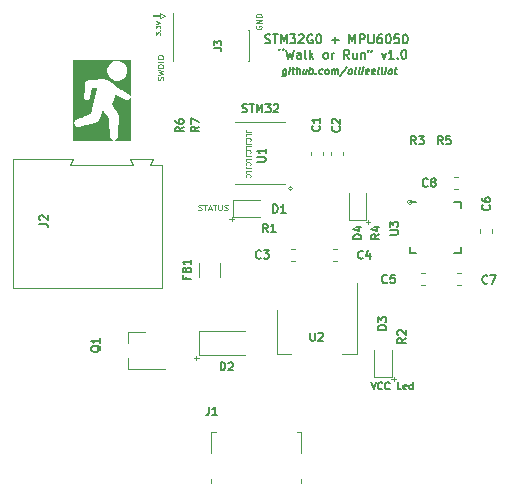
<source format=gbr>
G04 #@! TF.GenerationSoftware,KiCad,Pcbnew,(5.1.2-1)-1*
G04 #@! TF.CreationDate,2022-01-01T19:51:34+01:00*
G04 #@! TF.ProjectId,STM32G0_MPU6050_circle,53544d33-3247-4305-9f4d-505536303530,rev?*
G04 #@! TF.SameCoordinates,Original*
G04 #@! TF.FileFunction,Legend,Top*
G04 #@! TF.FilePolarity,Positive*
%FSLAX46Y46*%
G04 Gerber Fmt 4.6, Leading zero omitted, Abs format (unit mm)*
G04 Created by KiCad (PCBNEW (5.1.2-1)-1) date 2022-01-01 19:51:34*
%MOMM*%
%LPD*%
G04 APERTURE LIST*
%ADD10C,0.125000*%
%ADD11C,0.150000*%
%ADD12C,0.120000*%
%ADD13C,0.100000*%
%ADD14C,0.187500*%
%ADD15C,0.010000*%
G04 APERTURE END LIST*
D10*
X174011904Y-94252380D02*
X174083333Y-94276190D01*
X174202380Y-94276190D01*
X174250000Y-94252380D01*
X174273809Y-94228571D01*
X174297619Y-94180952D01*
X174297619Y-94133333D01*
X174273809Y-94085714D01*
X174250000Y-94061904D01*
X174202380Y-94038095D01*
X174107142Y-94014285D01*
X174059523Y-93990476D01*
X174035714Y-93966666D01*
X174011904Y-93919047D01*
X174011904Y-93871428D01*
X174035714Y-93823809D01*
X174059523Y-93800000D01*
X174107142Y-93776190D01*
X174226190Y-93776190D01*
X174297619Y-93800000D01*
X174440476Y-93776190D02*
X174726190Y-93776190D01*
X174583333Y-94276190D02*
X174583333Y-93776190D01*
X174869047Y-94133333D02*
X175107142Y-94133333D01*
X174821428Y-94276190D02*
X174988095Y-93776190D01*
X175154761Y-94276190D01*
X175250000Y-93776190D02*
X175535714Y-93776190D01*
X175392857Y-94276190D02*
X175392857Y-93776190D01*
X175702380Y-93776190D02*
X175702380Y-94180952D01*
X175726190Y-94228571D01*
X175750000Y-94252380D01*
X175797619Y-94276190D01*
X175892857Y-94276190D01*
X175940476Y-94252380D01*
X175964285Y-94228571D01*
X175988095Y-94180952D01*
X175988095Y-93776190D01*
X176202380Y-94252380D02*
X176273809Y-94276190D01*
X176392857Y-94276190D01*
X176440476Y-94252380D01*
X176464285Y-94228571D01*
X176488095Y-94180952D01*
X176488095Y-94133333D01*
X176464285Y-94085714D01*
X176440476Y-94061904D01*
X176392857Y-94038095D01*
X176297619Y-94014285D01*
X176250000Y-93990476D01*
X176226190Y-93966666D01*
X176202380Y-93919047D01*
X176202380Y-93871428D01*
X176226190Y-93823809D01*
X176250000Y-93800000D01*
X176297619Y-93776190D01*
X176416666Y-93776190D01*
X176488095Y-93800000D01*
D11*
X188650000Y-108821428D02*
X188850000Y-109421428D01*
X189050000Y-108821428D01*
X189592857Y-109364285D02*
X189564285Y-109392857D01*
X189478571Y-109421428D01*
X189421428Y-109421428D01*
X189335714Y-109392857D01*
X189278571Y-109335714D01*
X189250000Y-109278571D01*
X189221428Y-109164285D01*
X189221428Y-109078571D01*
X189250000Y-108964285D01*
X189278571Y-108907142D01*
X189335714Y-108850000D01*
X189421428Y-108821428D01*
X189478571Y-108821428D01*
X189564285Y-108850000D01*
X189592857Y-108878571D01*
X190192857Y-109364285D02*
X190164285Y-109392857D01*
X190078571Y-109421428D01*
X190021428Y-109421428D01*
X189935714Y-109392857D01*
X189878571Y-109335714D01*
X189850000Y-109278571D01*
X189821428Y-109164285D01*
X189821428Y-109078571D01*
X189850000Y-108964285D01*
X189878571Y-108907142D01*
X189935714Y-108850000D01*
X190021428Y-108821428D01*
X190078571Y-108821428D01*
X190164285Y-108850000D01*
X190192857Y-108878571D01*
X191192857Y-109421428D02*
X190907142Y-109421428D01*
X190907142Y-108821428D01*
X191621428Y-109392857D02*
X191564285Y-109421428D01*
X191450000Y-109421428D01*
X191392857Y-109392857D01*
X191364285Y-109335714D01*
X191364285Y-109107142D01*
X191392857Y-109050000D01*
X191450000Y-109021428D01*
X191564285Y-109021428D01*
X191621428Y-109050000D01*
X191650000Y-109107142D01*
X191650000Y-109164285D01*
X191364285Y-109221428D01*
X192164285Y-109421428D02*
X192164285Y-108821428D01*
X192164285Y-109392857D02*
X192107142Y-109421428D01*
X191992857Y-109421428D01*
X191935714Y-109392857D01*
X191907142Y-109364285D01*
X191878571Y-109307142D01*
X191878571Y-109135714D01*
X191907142Y-109078571D01*
X191935714Y-109050000D01*
X191992857Y-109021428D01*
X192107142Y-109021428D01*
X192164285Y-109050000D01*
D12*
X181958114Y-92400000D02*
G75*
G03X181958114Y-92400000I-158114J0D01*
G01*
X192102043Y-93584000D02*
G75*
G03X192102043Y-93584000I-186043J0D01*
G01*
D10*
X188184523Y-95260714D02*
X188565476Y-95260714D01*
X188375000Y-95451190D02*
X188375000Y-95070238D01*
D13*
X170380952Y-79440476D02*
X170380952Y-79192857D01*
X170533333Y-79326190D01*
X170533333Y-79269047D01*
X170552380Y-79230952D01*
X170571428Y-79211904D01*
X170609523Y-79192857D01*
X170704761Y-79192857D01*
X170742857Y-79211904D01*
X170761904Y-79230952D01*
X170780952Y-79269047D01*
X170780952Y-79383333D01*
X170761904Y-79421428D01*
X170742857Y-79440476D01*
X170742857Y-79021428D02*
X170761904Y-79002380D01*
X170780952Y-79021428D01*
X170761904Y-79040476D01*
X170742857Y-79021428D01*
X170780952Y-79021428D01*
X170380952Y-78869047D02*
X170380952Y-78621428D01*
X170533333Y-78754761D01*
X170533333Y-78697619D01*
X170552380Y-78659523D01*
X170571428Y-78640476D01*
X170609523Y-78621428D01*
X170704761Y-78621428D01*
X170742857Y-78640476D01*
X170761904Y-78659523D01*
X170780952Y-78697619D01*
X170780952Y-78811904D01*
X170761904Y-78850000D01*
X170742857Y-78869047D01*
X170380952Y-78507142D02*
X170780952Y-78373809D01*
X170380952Y-78240476D01*
D10*
X171027380Y-83259523D02*
X171051190Y-83188095D01*
X171051190Y-83069047D01*
X171027380Y-83021428D01*
X171003571Y-82997619D01*
X170955952Y-82973809D01*
X170908333Y-82973809D01*
X170860714Y-82997619D01*
X170836904Y-83021428D01*
X170813095Y-83069047D01*
X170789285Y-83164285D01*
X170765476Y-83211904D01*
X170741666Y-83235714D01*
X170694047Y-83259523D01*
X170646428Y-83259523D01*
X170598809Y-83235714D01*
X170575000Y-83211904D01*
X170551190Y-83164285D01*
X170551190Y-83045238D01*
X170575000Y-82973809D01*
X170551190Y-82807142D02*
X171051190Y-82688095D01*
X170694047Y-82592857D01*
X171051190Y-82497619D01*
X170551190Y-82378571D01*
X171051190Y-82188095D02*
X170551190Y-82188095D01*
X170551190Y-82069047D01*
X170575000Y-81997619D01*
X170622619Y-81950000D01*
X170670238Y-81926190D01*
X170765476Y-81902380D01*
X170836904Y-81902380D01*
X170932142Y-81926190D01*
X170979761Y-81950000D01*
X171027380Y-81997619D01*
X171051190Y-82069047D01*
X171051190Y-82188095D01*
X171051190Y-81688095D02*
X170551190Y-81688095D01*
X170551190Y-81354761D02*
X170551190Y-81259523D01*
X170575000Y-81211904D01*
X170622619Y-81164285D01*
X170717857Y-81140476D01*
X170884523Y-81140476D01*
X170979761Y-81164285D01*
X171027380Y-81211904D01*
X171051190Y-81259523D01*
X171051190Y-81354761D01*
X171027380Y-81402380D01*
X170979761Y-81450000D01*
X170884523Y-81473809D01*
X170717857Y-81473809D01*
X170622619Y-81450000D01*
X170575000Y-81402380D01*
X170551190Y-81354761D01*
D13*
X178423047Y-87630380D02*
X178137333Y-87630380D01*
X178080190Y-87611333D01*
X178042095Y-87573238D01*
X178023047Y-87516095D01*
X178023047Y-87478000D01*
X178023047Y-88011333D02*
X178023047Y-87820857D01*
X178423047Y-87820857D01*
X178061142Y-88373238D02*
X178042095Y-88354190D01*
X178023047Y-88297047D01*
X178023047Y-88258952D01*
X178042095Y-88201809D01*
X178080190Y-88163714D01*
X178118285Y-88144666D01*
X178194476Y-88125619D01*
X178251619Y-88125619D01*
X178327809Y-88144666D01*
X178365904Y-88163714D01*
X178404000Y-88201809D01*
X178423047Y-88258952D01*
X178423047Y-88297047D01*
X178404000Y-88354190D01*
X178384952Y-88373238D01*
X178423047Y-88658952D02*
X178137333Y-88658952D01*
X178080190Y-88639904D01*
X178042095Y-88601809D01*
X178023047Y-88544666D01*
X178023047Y-88506571D01*
X178023047Y-89039904D02*
X178023047Y-88849428D01*
X178423047Y-88849428D01*
X178061142Y-89401809D02*
X178042095Y-89382761D01*
X178023047Y-89325619D01*
X178023047Y-89287523D01*
X178042095Y-89230380D01*
X178080190Y-89192285D01*
X178118285Y-89173238D01*
X178194476Y-89154190D01*
X178251619Y-89154190D01*
X178327809Y-89173238D01*
X178365904Y-89192285D01*
X178404000Y-89230380D01*
X178423047Y-89287523D01*
X178423047Y-89325619D01*
X178404000Y-89382761D01*
X178384952Y-89401809D01*
X178423047Y-89687523D02*
X178137333Y-89687523D01*
X178080190Y-89668476D01*
X178042095Y-89630380D01*
X178023047Y-89573238D01*
X178023047Y-89535142D01*
X178023047Y-90068476D02*
X178023047Y-89878000D01*
X178423047Y-89878000D01*
X178061142Y-90430380D02*
X178042095Y-90411333D01*
X178023047Y-90354190D01*
X178023047Y-90316095D01*
X178042095Y-90258952D01*
X178080190Y-90220857D01*
X178118285Y-90201809D01*
X178194476Y-90182761D01*
X178251619Y-90182761D01*
X178327809Y-90201809D01*
X178365904Y-90220857D01*
X178404000Y-90258952D01*
X178423047Y-90316095D01*
X178423047Y-90354190D01*
X178404000Y-90411333D01*
X178384952Y-90430380D01*
X178423047Y-90716095D02*
X178137333Y-90716095D01*
X178080190Y-90697047D01*
X178042095Y-90658952D01*
X178023047Y-90601809D01*
X178023047Y-90563714D01*
X178023047Y-91097047D02*
X178023047Y-90906571D01*
X178423047Y-90906571D01*
X178061142Y-91458952D02*
X178042095Y-91439904D01*
X178023047Y-91382761D01*
X178023047Y-91344666D01*
X178042095Y-91287523D01*
X178080190Y-91249428D01*
X178118285Y-91230380D01*
X178194476Y-91211333D01*
X178251619Y-91211333D01*
X178327809Y-91230380D01*
X178365904Y-91249428D01*
X178404000Y-91287523D01*
X178423047Y-91344666D01*
X178423047Y-91382761D01*
X178404000Y-91439904D01*
X178384952Y-91458952D01*
D11*
X181456562Y-82321428D02*
X181395848Y-82807142D01*
X181360133Y-82864285D01*
X181327991Y-82892857D01*
X181267276Y-82921428D01*
X181181562Y-82921428D01*
X181127991Y-82892857D01*
X181410133Y-82692857D02*
X181349419Y-82721428D01*
X181235133Y-82721428D01*
X181181562Y-82692857D01*
X181156562Y-82664285D01*
X181135133Y-82607142D01*
X181156562Y-82435714D01*
X181192276Y-82378571D01*
X181224419Y-82350000D01*
X181285133Y-82321428D01*
X181399419Y-82321428D01*
X181452991Y-82350000D01*
X181692276Y-82721428D02*
X181742276Y-82321428D01*
X181767276Y-82121428D02*
X181735133Y-82150000D01*
X181760133Y-82178571D01*
X181792276Y-82150000D01*
X181767276Y-82121428D01*
X181760133Y-82178571D01*
X181942276Y-82321428D02*
X182170848Y-82321428D01*
X182052991Y-82121428D02*
X181988705Y-82635714D01*
X182010133Y-82692857D01*
X182063705Y-82721428D01*
X182120848Y-82721428D01*
X182320848Y-82721428D02*
X182395848Y-82121428D01*
X182577991Y-82721428D02*
X182617276Y-82407142D01*
X182595848Y-82350000D01*
X182542276Y-82321428D01*
X182456562Y-82321428D01*
X182395848Y-82350000D01*
X182363705Y-82378571D01*
X183170848Y-82321428D02*
X183120848Y-82721428D01*
X182913705Y-82321428D02*
X182874419Y-82635714D01*
X182895848Y-82692857D01*
X182949419Y-82721428D01*
X183035133Y-82721428D01*
X183095848Y-82692857D01*
X183127991Y-82664285D01*
X183406562Y-82721428D02*
X183481562Y-82121428D01*
X183452991Y-82350000D02*
X183513705Y-82321428D01*
X183627991Y-82321428D01*
X183681562Y-82350000D01*
X183706562Y-82378571D01*
X183727991Y-82435714D01*
X183706562Y-82607142D01*
X183670848Y-82664285D01*
X183638705Y-82692857D01*
X183577991Y-82721428D01*
X183463705Y-82721428D01*
X183410133Y-82692857D01*
X183956562Y-82664285D02*
X183981562Y-82692857D01*
X183949419Y-82721428D01*
X183924419Y-82692857D01*
X183956562Y-82664285D01*
X183949419Y-82721428D01*
X184495848Y-82692857D02*
X184435133Y-82721428D01*
X184320848Y-82721428D01*
X184267276Y-82692857D01*
X184242276Y-82664285D01*
X184220848Y-82607142D01*
X184242276Y-82435714D01*
X184277991Y-82378571D01*
X184310133Y-82350000D01*
X184370848Y-82321428D01*
X184485133Y-82321428D01*
X184538705Y-82350000D01*
X184835133Y-82721428D02*
X184781562Y-82692857D01*
X184756562Y-82664285D01*
X184735133Y-82607142D01*
X184756562Y-82435714D01*
X184792276Y-82378571D01*
X184824419Y-82350000D01*
X184885133Y-82321428D01*
X184970848Y-82321428D01*
X185024419Y-82350000D01*
X185049419Y-82378571D01*
X185070848Y-82435714D01*
X185049419Y-82607142D01*
X185013705Y-82664285D01*
X184981562Y-82692857D01*
X184920848Y-82721428D01*
X184835133Y-82721428D01*
X185292276Y-82721428D02*
X185342276Y-82321428D01*
X185335133Y-82378571D02*
X185367276Y-82350000D01*
X185427991Y-82321428D01*
X185513705Y-82321428D01*
X185567276Y-82350000D01*
X185588705Y-82407142D01*
X185549419Y-82721428D01*
X185588705Y-82407142D02*
X185624419Y-82350000D01*
X185685133Y-82321428D01*
X185770848Y-82321428D01*
X185824419Y-82350000D01*
X185845848Y-82407142D01*
X185806562Y-82721428D01*
X186599419Y-82092857D02*
X185988705Y-82864285D01*
X186806562Y-82721428D02*
X186752991Y-82692857D01*
X186727991Y-82664285D01*
X186706562Y-82607142D01*
X186727991Y-82435714D01*
X186763705Y-82378571D01*
X186795848Y-82350000D01*
X186856562Y-82321428D01*
X186942276Y-82321428D01*
X186995848Y-82350000D01*
X187020848Y-82378571D01*
X187042276Y-82435714D01*
X187020848Y-82607142D01*
X186985133Y-82664285D01*
X186952991Y-82692857D01*
X186892276Y-82721428D01*
X186806562Y-82721428D01*
X187349419Y-82721428D02*
X187295848Y-82692857D01*
X187274419Y-82635714D01*
X187338705Y-82121428D01*
X187663705Y-82721428D02*
X187610133Y-82692857D01*
X187588705Y-82635714D01*
X187652991Y-82121428D01*
X187892276Y-82721428D02*
X187942276Y-82321428D01*
X187967276Y-82121428D02*
X187935133Y-82150000D01*
X187960133Y-82178571D01*
X187992276Y-82150000D01*
X187967276Y-82121428D01*
X187960133Y-82178571D01*
X188410133Y-82692857D02*
X188349419Y-82721428D01*
X188235133Y-82721428D01*
X188181562Y-82692857D01*
X188160133Y-82635714D01*
X188188705Y-82407142D01*
X188224419Y-82350000D01*
X188285133Y-82321428D01*
X188399419Y-82321428D01*
X188452991Y-82350000D01*
X188474419Y-82407142D01*
X188467276Y-82464285D01*
X188174419Y-82521428D01*
X188924419Y-82692857D02*
X188863705Y-82721428D01*
X188749419Y-82721428D01*
X188695848Y-82692857D01*
X188674419Y-82635714D01*
X188702991Y-82407142D01*
X188738705Y-82350000D01*
X188799419Y-82321428D01*
X188913705Y-82321428D01*
X188967276Y-82350000D01*
X188988705Y-82407142D01*
X188981562Y-82464285D01*
X188688705Y-82521428D01*
X189292276Y-82721428D02*
X189238705Y-82692857D01*
X189217276Y-82635714D01*
X189281562Y-82121428D01*
X189606562Y-82721428D02*
X189552991Y-82692857D01*
X189531562Y-82635714D01*
X189595848Y-82121428D01*
X189835133Y-82721428D02*
X189885133Y-82321428D01*
X189910133Y-82121428D02*
X189877991Y-82150000D01*
X189902991Y-82178571D01*
X189935133Y-82150000D01*
X189910133Y-82121428D01*
X189902991Y-82178571D01*
X190206562Y-82721428D02*
X190152991Y-82692857D01*
X190127991Y-82664285D01*
X190106562Y-82607142D01*
X190127991Y-82435714D01*
X190163705Y-82378571D01*
X190195848Y-82350000D01*
X190256562Y-82321428D01*
X190342276Y-82321428D01*
X190395848Y-82350000D01*
X190420848Y-82378571D01*
X190442276Y-82435714D01*
X190420848Y-82607142D01*
X190385133Y-82664285D01*
X190352991Y-82692857D01*
X190292276Y-82721428D01*
X190206562Y-82721428D01*
X190627991Y-82321428D02*
X190856562Y-82321428D01*
X190738705Y-82121428D02*
X190674419Y-82635714D01*
X190695848Y-82692857D01*
X190749419Y-82721428D01*
X190806562Y-82721428D01*
D14*
X179659857Y-80092321D02*
X179767000Y-80128035D01*
X179945571Y-80128035D01*
X180017000Y-80092321D01*
X180052714Y-80056607D01*
X180088428Y-79985178D01*
X180088428Y-79913750D01*
X180052714Y-79842321D01*
X180017000Y-79806607D01*
X179945571Y-79770892D01*
X179802714Y-79735178D01*
X179731285Y-79699464D01*
X179695571Y-79663750D01*
X179659857Y-79592321D01*
X179659857Y-79520892D01*
X179695571Y-79449464D01*
X179731285Y-79413750D01*
X179802714Y-79378035D01*
X179981285Y-79378035D01*
X180088428Y-79413750D01*
X180302714Y-79378035D02*
X180731285Y-79378035D01*
X180517000Y-80128035D02*
X180517000Y-79378035D01*
X180981285Y-80128035D02*
X180981285Y-79378035D01*
X181231285Y-79913750D01*
X181481285Y-79378035D01*
X181481285Y-80128035D01*
X181767000Y-79378035D02*
X182231285Y-79378035D01*
X181981285Y-79663750D01*
X182088428Y-79663750D01*
X182159857Y-79699464D01*
X182195571Y-79735178D01*
X182231285Y-79806607D01*
X182231285Y-79985178D01*
X182195571Y-80056607D01*
X182159857Y-80092321D01*
X182088428Y-80128035D01*
X181874142Y-80128035D01*
X181802714Y-80092321D01*
X181767000Y-80056607D01*
X182517000Y-79449464D02*
X182552714Y-79413750D01*
X182624142Y-79378035D01*
X182802714Y-79378035D01*
X182874142Y-79413750D01*
X182909857Y-79449464D01*
X182945571Y-79520892D01*
X182945571Y-79592321D01*
X182909857Y-79699464D01*
X182481285Y-80128035D01*
X182945571Y-80128035D01*
X183659857Y-79413750D02*
X183588428Y-79378035D01*
X183481285Y-79378035D01*
X183374142Y-79413750D01*
X183302714Y-79485178D01*
X183267000Y-79556607D01*
X183231285Y-79699464D01*
X183231285Y-79806607D01*
X183267000Y-79949464D01*
X183302714Y-80020892D01*
X183374142Y-80092321D01*
X183481285Y-80128035D01*
X183552714Y-80128035D01*
X183659857Y-80092321D01*
X183695571Y-80056607D01*
X183695571Y-79806607D01*
X183552714Y-79806607D01*
X184159857Y-79378035D02*
X184231285Y-79378035D01*
X184302714Y-79413750D01*
X184338428Y-79449464D01*
X184374142Y-79520892D01*
X184409857Y-79663750D01*
X184409857Y-79842321D01*
X184374142Y-79985178D01*
X184338428Y-80056607D01*
X184302714Y-80092321D01*
X184231285Y-80128035D01*
X184159857Y-80128035D01*
X184088428Y-80092321D01*
X184052714Y-80056607D01*
X184017000Y-79985178D01*
X183981285Y-79842321D01*
X183981285Y-79663750D01*
X184017000Y-79520892D01*
X184052714Y-79449464D01*
X184088428Y-79413750D01*
X184159857Y-79378035D01*
X185302714Y-79842321D02*
X185874142Y-79842321D01*
X185588428Y-80128035D02*
X185588428Y-79556607D01*
X186802714Y-80128035D02*
X186802714Y-79378035D01*
X187052714Y-79913750D01*
X187302714Y-79378035D01*
X187302714Y-80128035D01*
X187659857Y-80128035D02*
X187659857Y-79378035D01*
X187945571Y-79378035D01*
X188017000Y-79413750D01*
X188052714Y-79449464D01*
X188088428Y-79520892D01*
X188088428Y-79628035D01*
X188052714Y-79699464D01*
X188017000Y-79735178D01*
X187945571Y-79770892D01*
X187659857Y-79770892D01*
X188409857Y-79378035D02*
X188409857Y-79985178D01*
X188445571Y-80056607D01*
X188481285Y-80092321D01*
X188552714Y-80128035D01*
X188695571Y-80128035D01*
X188767000Y-80092321D01*
X188802714Y-80056607D01*
X188838428Y-79985178D01*
X188838428Y-79378035D01*
X189517000Y-79378035D02*
X189374142Y-79378035D01*
X189302714Y-79413750D01*
X189267000Y-79449464D01*
X189195571Y-79556607D01*
X189159857Y-79699464D01*
X189159857Y-79985178D01*
X189195571Y-80056607D01*
X189231285Y-80092321D01*
X189302714Y-80128035D01*
X189445571Y-80128035D01*
X189517000Y-80092321D01*
X189552714Y-80056607D01*
X189588428Y-79985178D01*
X189588428Y-79806607D01*
X189552714Y-79735178D01*
X189517000Y-79699464D01*
X189445571Y-79663750D01*
X189302714Y-79663750D01*
X189231285Y-79699464D01*
X189195571Y-79735178D01*
X189159857Y-79806607D01*
X190052714Y-79378035D02*
X190124142Y-79378035D01*
X190195571Y-79413750D01*
X190231285Y-79449464D01*
X190267000Y-79520892D01*
X190302714Y-79663750D01*
X190302714Y-79842321D01*
X190267000Y-79985178D01*
X190231285Y-80056607D01*
X190195571Y-80092321D01*
X190124142Y-80128035D01*
X190052714Y-80128035D01*
X189981285Y-80092321D01*
X189945571Y-80056607D01*
X189909857Y-79985178D01*
X189874142Y-79842321D01*
X189874142Y-79663750D01*
X189909857Y-79520892D01*
X189945571Y-79449464D01*
X189981285Y-79413750D01*
X190052714Y-79378035D01*
X190981285Y-79378035D02*
X190624142Y-79378035D01*
X190588428Y-79735178D01*
X190624142Y-79699464D01*
X190695571Y-79663750D01*
X190874142Y-79663750D01*
X190945571Y-79699464D01*
X190981285Y-79735178D01*
X191017000Y-79806607D01*
X191017000Y-79985178D01*
X190981285Y-80056607D01*
X190945571Y-80092321D01*
X190874142Y-80128035D01*
X190695571Y-80128035D01*
X190624142Y-80092321D01*
X190588428Y-80056607D01*
X191481285Y-79378035D02*
X191552714Y-79378035D01*
X191624142Y-79413750D01*
X191659857Y-79449464D01*
X191695571Y-79520892D01*
X191731285Y-79663750D01*
X191731285Y-79842321D01*
X191695571Y-79985178D01*
X191659857Y-80056607D01*
X191624142Y-80092321D01*
X191552714Y-80128035D01*
X191481285Y-80128035D01*
X191409857Y-80092321D01*
X191374142Y-80056607D01*
X191338428Y-79985178D01*
X191302714Y-79842321D01*
X191302714Y-79663750D01*
X191338428Y-79520892D01*
X191374142Y-79449464D01*
X191409857Y-79413750D01*
X191481285Y-79378035D01*
X181159857Y-80726250D02*
X181159857Y-80690535D01*
X181195571Y-80619107D01*
X181231285Y-80583392D01*
X180874142Y-80726250D02*
X180874142Y-80690535D01*
X180909857Y-80619107D01*
X180945571Y-80583392D01*
X181445571Y-80690535D02*
X181624142Y-81440535D01*
X181767000Y-80904821D01*
X181909857Y-81440535D01*
X182088428Y-80690535D01*
X182695571Y-81440535D02*
X182695571Y-81047678D01*
X182659857Y-80976250D01*
X182588428Y-80940535D01*
X182445571Y-80940535D01*
X182374142Y-80976250D01*
X182695571Y-81404821D02*
X182624142Y-81440535D01*
X182445571Y-81440535D01*
X182374142Y-81404821D01*
X182338428Y-81333392D01*
X182338428Y-81261964D01*
X182374142Y-81190535D01*
X182445571Y-81154821D01*
X182624142Y-81154821D01*
X182695571Y-81119107D01*
X183159857Y-81440535D02*
X183088428Y-81404821D01*
X183052714Y-81333392D01*
X183052714Y-80690535D01*
X183445571Y-81440535D02*
X183445571Y-80690535D01*
X183517000Y-81154821D02*
X183731285Y-81440535D01*
X183731285Y-80940535D02*
X183445571Y-81226250D01*
X184731285Y-81440535D02*
X184659857Y-81404821D01*
X184624142Y-81369107D01*
X184588428Y-81297678D01*
X184588428Y-81083392D01*
X184624142Y-81011964D01*
X184659857Y-80976250D01*
X184731285Y-80940535D01*
X184838428Y-80940535D01*
X184909857Y-80976250D01*
X184945571Y-81011964D01*
X184981285Y-81083392D01*
X184981285Y-81297678D01*
X184945571Y-81369107D01*
X184909857Y-81404821D01*
X184838428Y-81440535D01*
X184731285Y-81440535D01*
X185302714Y-81440535D02*
X185302714Y-80940535D01*
X185302714Y-81083392D02*
X185338428Y-81011964D01*
X185374142Y-80976250D01*
X185445571Y-80940535D01*
X185517000Y-80940535D01*
X186767000Y-81440535D02*
X186517000Y-81083392D01*
X186338428Y-81440535D02*
X186338428Y-80690535D01*
X186624142Y-80690535D01*
X186695571Y-80726250D01*
X186731285Y-80761964D01*
X186767000Y-80833392D01*
X186767000Y-80940535D01*
X186731285Y-81011964D01*
X186695571Y-81047678D01*
X186624142Y-81083392D01*
X186338428Y-81083392D01*
X187409857Y-80940535D02*
X187409857Y-81440535D01*
X187088428Y-80940535D02*
X187088428Y-81333392D01*
X187124142Y-81404821D01*
X187195571Y-81440535D01*
X187302714Y-81440535D01*
X187374142Y-81404821D01*
X187409857Y-81369107D01*
X187767000Y-80940535D02*
X187767000Y-81440535D01*
X187767000Y-81011964D02*
X187802714Y-80976250D01*
X187874142Y-80940535D01*
X187981285Y-80940535D01*
X188052714Y-80976250D01*
X188088428Y-81047678D01*
X188088428Y-81440535D01*
X188445571Y-80690535D02*
X188445571Y-80726250D01*
X188409857Y-80797678D01*
X188374142Y-80833392D01*
X188731285Y-80690535D02*
X188731285Y-80726250D01*
X188695571Y-80797678D01*
X188659857Y-80833392D01*
X189517000Y-80940535D02*
X189695571Y-81440535D01*
X189874142Y-80940535D01*
X190552714Y-81440535D02*
X190124142Y-81440535D01*
X190338428Y-81440535D02*
X190338428Y-80690535D01*
X190267000Y-80797678D01*
X190195571Y-80869107D01*
X190124142Y-80904821D01*
X190874142Y-81369107D02*
X190909857Y-81404821D01*
X190874142Y-81440535D01*
X190838428Y-81404821D01*
X190874142Y-81369107D01*
X190874142Y-81440535D01*
X191374142Y-80690535D02*
X191445571Y-80690535D01*
X191517000Y-80726250D01*
X191552714Y-80761964D01*
X191588428Y-80833392D01*
X191624142Y-80976250D01*
X191624142Y-81154821D01*
X191588428Y-81297678D01*
X191552714Y-81369107D01*
X191517000Y-81404821D01*
X191445571Y-81440535D01*
X191374142Y-81440535D01*
X191302714Y-81404821D01*
X191267000Y-81369107D01*
X191231285Y-81297678D01*
X191195571Y-81154821D01*
X191195571Y-80976250D01*
X191231285Y-80833392D01*
X191267000Y-80761964D01*
X191302714Y-80726250D01*
X191374142Y-80690535D01*
D12*
X170730000Y-77845000D02*
X170200000Y-77845000D01*
X170200000Y-77735000D02*
X170200000Y-77845000D01*
X170730000Y-77725000D02*
X170200000Y-77725000D01*
X170750000Y-77555000D02*
X170750000Y-78015000D01*
X171160000Y-77785000D02*
X170750000Y-78015000D01*
X170750000Y-77555000D02*
X171160000Y-77785000D01*
D10*
X178900000Y-78655952D02*
X178876190Y-78703571D01*
X178876190Y-78775000D01*
X178900000Y-78846428D01*
X178947619Y-78894047D01*
X178995238Y-78917857D01*
X179090476Y-78941666D01*
X179161904Y-78941666D01*
X179257142Y-78917857D01*
X179304761Y-78894047D01*
X179352380Y-78846428D01*
X179376190Y-78775000D01*
X179376190Y-78727380D01*
X179352380Y-78655952D01*
X179328571Y-78632142D01*
X179161904Y-78632142D01*
X179161904Y-78727380D01*
X179376190Y-78417857D02*
X178876190Y-78417857D01*
X179376190Y-78132142D01*
X178876190Y-78132142D01*
X179376190Y-77894047D02*
X178876190Y-77894047D01*
X178876190Y-77775000D01*
X178900000Y-77703571D01*
X178947619Y-77655952D01*
X178995238Y-77632142D01*
X179090476Y-77608333D01*
X179161904Y-77608333D01*
X179257142Y-77632142D01*
X179304761Y-77655952D01*
X179352380Y-77703571D01*
X179376190Y-77775000D01*
X179376190Y-77894047D01*
X176814285Y-94809523D02*
X176814285Y-95190476D01*
X176623809Y-95000000D02*
X177004761Y-95000000D01*
X190359523Y-108535714D02*
X190740476Y-108535714D01*
X190550000Y-108726190D02*
X190550000Y-108345238D01*
X173835714Y-106940476D02*
X173835714Y-106559523D01*
X174026190Y-106750000D02*
X173645238Y-106750000D01*
D15*
G36*
X167005525Y-84531917D02*
G01*
X167052863Y-84553203D01*
X167122267Y-84585457D01*
X167209558Y-84626717D01*
X167310560Y-84675024D01*
X167421096Y-84728416D01*
X167428896Y-84732203D01*
X167555962Y-84793616D01*
X167656832Y-84841495D01*
X167735586Y-84877476D01*
X167796305Y-84903199D01*
X167843069Y-84920302D01*
X167879959Y-84930423D01*
X167911057Y-84935201D01*
X167937210Y-84936286D01*
X168039367Y-84921971D01*
X168123379Y-84879062D01*
X168189163Y-84807617D01*
X168221426Y-84747479D01*
X168225509Y-84740440D01*
X168229141Y-84740421D01*
X168232350Y-84749203D01*
X168235163Y-84768568D01*
X168237605Y-84800297D01*
X168239705Y-84846171D01*
X168241488Y-84907974D01*
X168242982Y-84987484D01*
X168244213Y-85086486D01*
X168245208Y-85206759D01*
X168245995Y-85350086D01*
X168246599Y-85518247D01*
X168247048Y-85713025D01*
X168247368Y-85936202D01*
X168247586Y-86189557D01*
X168247729Y-86474874D01*
X168247737Y-86495967D01*
X168248400Y-88303600D01*
X167566833Y-88302312D01*
X167393773Y-88301811D01*
X167252233Y-88300970D01*
X167139868Y-88299710D01*
X167054334Y-88297952D01*
X166993285Y-88295615D01*
X166954375Y-88292619D01*
X166935261Y-88288885D01*
X166933596Y-88284334D01*
X166940488Y-88280996D01*
X167034400Y-88229751D01*
X167111591Y-88153485D01*
X167166222Y-88059248D01*
X167188867Y-87981079D01*
X167192139Y-87950512D01*
X167196846Y-87890313D01*
X167202753Y-87804675D01*
X167209627Y-87697791D01*
X167217236Y-87573855D01*
X167225346Y-87437060D01*
X167233724Y-87291600D01*
X167242137Y-87141667D01*
X167250352Y-86991455D01*
X167258135Y-86845158D01*
X167265253Y-86706968D01*
X167271474Y-86581080D01*
X167276563Y-86471685D01*
X167280288Y-86382979D01*
X167282415Y-86319154D01*
X167282828Y-86291439D01*
X167272778Y-86180763D01*
X167250333Y-86110734D01*
X167232044Y-86078741D01*
X167197129Y-86023622D01*
X167148572Y-85949860D01*
X167089360Y-85861940D01*
X167022477Y-85764345D01*
X166958023Y-85671705D01*
X166697837Y-85300410D01*
X166829025Y-84909705D01*
X166874226Y-84777081D01*
X166910694Y-84674751D01*
X166939305Y-84600535D01*
X166960936Y-84552253D01*
X166976466Y-84527724D01*
X166984428Y-84523560D01*
X167005525Y-84531917D01*
X167005525Y-84531917D01*
G37*
X167005525Y-84531917D02*
X167052863Y-84553203D01*
X167122267Y-84585457D01*
X167209558Y-84626717D01*
X167310560Y-84675024D01*
X167421096Y-84728416D01*
X167428896Y-84732203D01*
X167555962Y-84793616D01*
X167656832Y-84841495D01*
X167735586Y-84877476D01*
X167796305Y-84903199D01*
X167843069Y-84920302D01*
X167879959Y-84930423D01*
X167911057Y-84935201D01*
X167937210Y-84936286D01*
X168039367Y-84921971D01*
X168123379Y-84879062D01*
X168189163Y-84807617D01*
X168221426Y-84747479D01*
X168225509Y-84740440D01*
X168229141Y-84740421D01*
X168232350Y-84749203D01*
X168235163Y-84768568D01*
X168237605Y-84800297D01*
X168239705Y-84846171D01*
X168241488Y-84907974D01*
X168242982Y-84987484D01*
X168244213Y-85086486D01*
X168245208Y-85206759D01*
X168245995Y-85350086D01*
X168246599Y-85518247D01*
X168247048Y-85713025D01*
X168247368Y-85936202D01*
X168247586Y-86189557D01*
X168247729Y-86474874D01*
X168247737Y-86495967D01*
X168248400Y-88303600D01*
X167566833Y-88302312D01*
X167393773Y-88301811D01*
X167252233Y-88300970D01*
X167139868Y-88299710D01*
X167054334Y-88297952D01*
X166993285Y-88295615D01*
X166954375Y-88292619D01*
X166935261Y-88288885D01*
X166933596Y-88284334D01*
X166940488Y-88280996D01*
X167034400Y-88229751D01*
X167111591Y-88153485D01*
X167166222Y-88059248D01*
X167188867Y-87981079D01*
X167192139Y-87950512D01*
X167196846Y-87890313D01*
X167202753Y-87804675D01*
X167209627Y-87697791D01*
X167217236Y-87573855D01*
X167225346Y-87437060D01*
X167233724Y-87291600D01*
X167242137Y-87141667D01*
X167250352Y-86991455D01*
X167258135Y-86845158D01*
X167265253Y-86706968D01*
X167271474Y-86581080D01*
X167276563Y-86471685D01*
X167280288Y-86382979D01*
X167282415Y-86319154D01*
X167282828Y-86291439D01*
X167272778Y-86180763D01*
X167250333Y-86110734D01*
X167232044Y-86078741D01*
X167197129Y-86023622D01*
X167148572Y-85949860D01*
X167089360Y-85861940D01*
X167022477Y-85764345D01*
X166958023Y-85671705D01*
X166697837Y-85300410D01*
X166829025Y-84909705D01*
X166874226Y-84777081D01*
X166910694Y-84674751D01*
X166939305Y-84600535D01*
X166960936Y-84552253D01*
X166976466Y-84527724D01*
X166984428Y-84523560D01*
X167005525Y-84531917D01*
G36*
X168248028Y-83050034D02*
G01*
X168247951Y-83312757D01*
X168247826Y-83543573D01*
X168247611Y-83744438D01*
X168247264Y-83917312D01*
X168246743Y-84064153D01*
X168246006Y-84186918D01*
X168245010Y-84287567D01*
X168243713Y-84368057D01*
X168242074Y-84430348D01*
X168240049Y-84476397D01*
X168237597Y-84508162D01*
X168234676Y-84527603D01*
X168231244Y-84536677D01*
X168227257Y-84537342D01*
X168222675Y-84531558D01*
X168217455Y-84521281D01*
X168216395Y-84519000D01*
X168186799Y-84466819D01*
X168152593Y-84422323D01*
X168144801Y-84414592D01*
X168120409Y-84396950D01*
X168070759Y-84364645D01*
X167999816Y-84320129D01*
X167911546Y-84265854D01*
X167809915Y-84204271D01*
X167698888Y-84137833D01*
X167655734Y-84112223D01*
X167511937Y-84026848D01*
X167393190Y-83955511D01*
X167295269Y-83895217D01*
X167213950Y-83842971D01*
X167145011Y-83795780D01*
X167084228Y-83750648D01*
X167027378Y-83704583D01*
X166970239Y-83654588D01*
X166908585Y-83597670D01*
X166845241Y-83537566D01*
X166697570Y-83404566D01*
X166559823Y-83298694D01*
X166426382Y-83216986D01*
X166291628Y-83156478D01*
X166149946Y-83114207D01*
X165995717Y-83087210D01*
X165990253Y-83086533D01*
X165945959Y-83081929D01*
X165899610Y-83079168D01*
X165847062Y-83078444D01*
X165784174Y-83079951D01*
X165706801Y-83083882D01*
X165610801Y-83090431D01*
X165492031Y-83099791D01*
X165346348Y-83112157D01*
X165237267Y-83121720D01*
X165093103Y-83134967D01*
X164956942Y-83148441D01*
X164833204Y-83161632D01*
X164726311Y-83174031D01*
X164640684Y-83185131D01*
X164580743Y-83194422D01*
X164553759Y-83200366D01*
X164474171Y-83240904D01*
X164404191Y-83304278D01*
X164353453Y-83380612D01*
X164338044Y-83421514D01*
X164333192Y-83452930D01*
X164327221Y-83513203D01*
X164320419Y-83597353D01*
X164313072Y-83700400D01*
X164305468Y-83817362D01*
X164297892Y-83943260D01*
X164290632Y-84073114D01*
X164283975Y-84201942D01*
X164278207Y-84324766D01*
X164273615Y-84436603D01*
X164270486Y-84532474D01*
X164269107Y-84607399D01*
X164269067Y-84619305D01*
X164277101Y-84722415D01*
X164303110Y-84801619D01*
X164349954Y-84863319D01*
X164393243Y-84897278D01*
X164474669Y-84933190D01*
X164562103Y-84941894D01*
X164647720Y-84925353D01*
X164723694Y-84885530D01*
X164782198Y-84824388D01*
X164798360Y-84795678D01*
X164809220Y-84763739D01*
X164825673Y-84703893D01*
X164846427Y-84621392D01*
X164870193Y-84521489D01*
X164895678Y-84409436D01*
X164915063Y-84320954D01*
X165005180Y-83902775D01*
X165115490Y-83892904D01*
X165185088Y-83886279D01*
X165251268Y-83879328D01*
X165289300Y-83874850D01*
X165336189Y-83873639D01*
X165352779Y-83885819D01*
X165352800Y-83886528D01*
X165348680Y-83906868D01*
X165336936Y-83956285D01*
X165318498Y-84031082D01*
X165294293Y-84127568D01*
X165265248Y-84242046D01*
X165232292Y-84370824D01*
X165196352Y-84510207D01*
X165190080Y-84534428D01*
X165147990Y-84698399D01*
X165103987Y-84872539D01*
X165059952Y-85049223D01*
X165017763Y-85220827D01*
X164979299Y-85379728D01*
X164946440Y-85518301D01*
X164929511Y-85591523D01*
X164902607Y-85707634D01*
X164877408Y-85812888D01*
X164855066Y-85902753D01*
X164836731Y-85972695D01*
X164823554Y-86018181D01*
X164817064Y-86034453D01*
X164798397Y-86043354D01*
X164751574Y-86062671D01*
X164680180Y-86091011D01*
X164587799Y-86126979D01*
X164478016Y-86169180D01*
X164354416Y-86216220D01*
X164220582Y-86266704D01*
X164207505Y-86271614D01*
X164040653Y-86334546D01*
X163902572Y-86387604D01*
X163790168Y-86432390D01*
X163700352Y-86470508D01*
X163630029Y-86503561D01*
X163576109Y-86533152D01*
X163535499Y-86560885D01*
X163505107Y-86588363D01*
X163481842Y-86617188D01*
X163462610Y-86648965D01*
X163456224Y-86661151D01*
X163419954Y-86766925D01*
X163414439Y-86875158D01*
X163437728Y-86979756D01*
X163487869Y-87074626D01*
X163562912Y-87153673D01*
X163627300Y-87195346D01*
X163657145Y-87210020D01*
X163686048Y-87221311D01*
X163716985Y-87228688D01*
X163752929Y-87231621D01*
X163796855Y-87229580D01*
X163851737Y-87222035D01*
X163920549Y-87208455D01*
X164006266Y-87188310D01*
X164111861Y-87161071D01*
X164240309Y-87126207D01*
X164394585Y-87083187D01*
X164577662Y-87031482D01*
X164630362Y-87016547D01*
X164822288Y-86962006D01*
X164984428Y-86915433D01*
X165119619Y-86875700D01*
X165230697Y-86841675D01*
X165320497Y-86812230D01*
X165391856Y-86786234D01*
X165447611Y-86762557D01*
X165490597Y-86740071D01*
X165523650Y-86717644D01*
X165549606Y-86694146D01*
X165571302Y-86668449D01*
X165591573Y-86639422D01*
X165596718Y-86631564D01*
X165613601Y-86596978D01*
X165637880Y-86535504D01*
X165667560Y-86452791D01*
X165700644Y-86354489D01*
X165735139Y-86246249D01*
X165750651Y-86195604D01*
X165782841Y-86089441D01*
X165811703Y-85994847D01*
X165835827Y-85916394D01*
X165853805Y-85858652D01*
X165864227Y-85826193D01*
X165866240Y-85820761D01*
X165877205Y-85832666D01*
X165906417Y-85867462D01*
X165950965Y-85921595D01*
X166007935Y-85991512D01*
X166074417Y-86073659D01*
X166127500Y-86139579D01*
X166385734Y-86460912D01*
X166386514Y-86649889D01*
X166387136Y-86713646D01*
X166388532Y-86805475D01*
X166390589Y-86919593D01*
X166393193Y-87050220D01*
X166396233Y-87191572D01*
X166399595Y-87337866D01*
X166401448Y-87414600D01*
X166405722Y-87581149D01*
X166409959Y-87717562D01*
X166414764Y-87827566D01*
X166420741Y-87914885D01*
X166428497Y-87983244D01*
X166438636Y-88036369D01*
X166451765Y-88077985D01*
X166468487Y-88111818D01*
X166489409Y-88141592D01*
X166515137Y-88171034D01*
X166526292Y-88182901D01*
X166577090Y-88227025D01*
X166635121Y-88264838D01*
X166648200Y-88271429D01*
X166658715Y-88276607D01*
X166665332Y-88281182D01*
X166666164Y-88285194D01*
X166659320Y-88288680D01*
X166642911Y-88291677D01*
X166615049Y-88294223D01*
X166573844Y-88296356D01*
X166517406Y-88298113D01*
X166443848Y-88299533D01*
X166351278Y-88300652D01*
X166237809Y-88301508D01*
X166101551Y-88302139D01*
X165940615Y-88302583D01*
X165753112Y-88302877D01*
X165537152Y-88303059D01*
X165290846Y-88303167D01*
X165052233Y-88303228D01*
X163388534Y-88303600D01*
X163388534Y-82407918D01*
X166209751Y-82407918D01*
X166222779Y-82567363D01*
X166264038Y-82722327D01*
X166332669Y-82868687D01*
X166427812Y-83002322D01*
X166548609Y-83119109D01*
X166601821Y-83158739D01*
X166739076Y-83233969D01*
X166892412Y-83284014D01*
X167053820Y-83307493D01*
X167215293Y-83303027D01*
X167322492Y-83282948D01*
X167479394Y-83225498D01*
X167619874Y-83141262D01*
X167741456Y-83034034D01*
X167841663Y-82907610D01*
X167918018Y-82765782D01*
X167968044Y-82612348D01*
X167989266Y-82451099D01*
X167979206Y-82285833D01*
X167978016Y-82278588D01*
X167935090Y-82119152D01*
X167863613Y-81969421D01*
X167767430Y-81835485D01*
X167650384Y-81723431D01*
X167607751Y-81692234D01*
X167456003Y-81608106D01*
X167297440Y-81555243D01*
X167135873Y-81532883D01*
X166975113Y-81540263D01*
X166818973Y-81576623D01*
X166671264Y-81641200D01*
X166535796Y-81733233D01*
X166416383Y-81851959D01*
X166348642Y-81943912D01*
X166271823Y-82092070D01*
X166225813Y-82248113D01*
X166209751Y-82407918D01*
X163388534Y-82407918D01*
X163388534Y-81513334D01*
X168248400Y-81513334D01*
X168248028Y-83050034D01*
X168248028Y-83050034D01*
G37*
X168248028Y-83050034D02*
X168247951Y-83312757D01*
X168247826Y-83543573D01*
X168247611Y-83744438D01*
X168247264Y-83917312D01*
X168246743Y-84064153D01*
X168246006Y-84186918D01*
X168245010Y-84287567D01*
X168243713Y-84368057D01*
X168242074Y-84430348D01*
X168240049Y-84476397D01*
X168237597Y-84508162D01*
X168234676Y-84527603D01*
X168231244Y-84536677D01*
X168227257Y-84537342D01*
X168222675Y-84531558D01*
X168217455Y-84521281D01*
X168216395Y-84519000D01*
X168186799Y-84466819D01*
X168152593Y-84422323D01*
X168144801Y-84414592D01*
X168120409Y-84396950D01*
X168070759Y-84364645D01*
X167999816Y-84320129D01*
X167911546Y-84265854D01*
X167809915Y-84204271D01*
X167698888Y-84137833D01*
X167655734Y-84112223D01*
X167511937Y-84026848D01*
X167393190Y-83955511D01*
X167295269Y-83895217D01*
X167213950Y-83842971D01*
X167145011Y-83795780D01*
X167084228Y-83750648D01*
X167027378Y-83704583D01*
X166970239Y-83654588D01*
X166908585Y-83597670D01*
X166845241Y-83537566D01*
X166697570Y-83404566D01*
X166559823Y-83298694D01*
X166426382Y-83216986D01*
X166291628Y-83156478D01*
X166149946Y-83114207D01*
X165995717Y-83087210D01*
X165990253Y-83086533D01*
X165945959Y-83081929D01*
X165899610Y-83079168D01*
X165847062Y-83078444D01*
X165784174Y-83079951D01*
X165706801Y-83083882D01*
X165610801Y-83090431D01*
X165492031Y-83099791D01*
X165346348Y-83112157D01*
X165237267Y-83121720D01*
X165093103Y-83134967D01*
X164956942Y-83148441D01*
X164833204Y-83161632D01*
X164726311Y-83174031D01*
X164640684Y-83185131D01*
X164580743Y-83194422D01*
X164553759Y-83200366D01*
X164474171Y-83240904D01*
X164404191Y-83304278D01*
X164353453Y-83380612D01*
X164338044Y-83421514D01*
X164333192Y-83452930D01*
X164327221Y-83513203D01*
X164320419Y-83597353D01*
X164313072Y-83700400D01*
X164305468Y-83817362D01*
X164297892Y-83943260D01*
X164290632Y-84073114D01*
X164283975Y-84201942D01*
X164278207Y-84324766D01*
X164273615Y-84436603D01*
X164270486Y-84532474D01*
X164269107Y-84607399D01*
X164269067Y-84619305D01*
X164277101Y-84722415D01*
X164303110Y-84801619D01*
X164349954Y-84863319D01*
X164393243Y-84897278D01*
X164474669Y-84933190D01*
X164562103Y-84941894D01*
X164647720Y-84925353D01*
X164723694Y-84885530D01*
X164782198Y-84824388D01*
X164798360Y-84795678D01*
X164809220Y-84763739D01*
X164825673Y-84703893D01*
X164846427Y-84621392D01*
X164870193Y-84521489D01*
X164895678Y-84409436D01*
X164915063Y-84320954D01*
X165005180Y-83902775D01*
X165115490Y-83892904D01*
X165185088Y-83886279D01*
X165251268Y-83879328D01*
X165289300Y-83874850D01*
X165336189Y-83873639D01*
X165352779Y-83885819D01*
X165352800Y-83886528D01*
X165348680Y-83906868D01*
X165336936Y-83956285D01*
X165318498Y-84031082D01*
X165294293Y-84127568D01*
X165265248Y-84242046D01*
X165232292Y-84370824D01*
X165196352Y-84510207D01*
X165190080Y-84534428D01*
X165147990Y-84698399D01*
X165103987Y-84872539D01*
X165059952Y-85049223D01*
X165017763Y-85220827D01*
X164979299Y-85379728D01*
X164946440Y-85518301D01*
X164929511Y-85591523D01*
X164902607Y-85707634D01*
X164877408Y-85812888D01*
X164855066Y-85902753D01*
X164836731Y-85972695D01*
X164823554Y-86018181D01*
X164817064Y-86034453D01*
X164798397Y-86043354D01*
X164751574Y-86062671D01*
X164680180Y-86091011D01*
X164587799Y-86126979D01*
X164478016Y-86169180D01*
X164354416Y-86216220D01*
X164220582Y-86266704D01*
X164207505Y-86271614D01*
X164040653Y-86334546D01*
X163902572Y-86387604D01*
X163790168Y-86432390D01*
X163700352Y-86470508D01*
X163630029Y-86503561D01*
X163576109Y-86533152D01*
X163535499Y-86560885D01*
X163505107Y-86588363D01*
X163481842Y-86617188D01*
X163462610Y-86648965D01*
X163456224Y-86661151D01*
X163419954Y-86766925D01*
X163414439Y-86875158D01*
X163437728Y-86979756D01*
X163487869Y-87074626D01*
X163562912Y-87153673D01*
X163627300Y-87195346D01*
X163657145Y-87210020D01*
X163686048Y-87221311D01*
X163716985Y-87228688D01*
X163752929Y-87231621D01*
X163796855Y-87229580D01*
X163851737Y-87222035D01*
X163920549Y-87208455D01*
X164006266Y-87188310D01*
X164111861Y-87161071D01*
X164240309Y-87126207D01*
X164394585Y-87083187D01*
X164577662Y-87031482D01*
X164630362Y-87016547D01*
X164822288Y-86962006D01*
X164984428Y-86915433D01*
X165119619Y-86875700D01*
X165230697Y-86841675D01*
X165320497Y-86812230D01*
X165391856Y-86786234D01*
X165447611Y-86762557D01*
X165490597Y-86740071D01*
X165523650Y-86717644D01*
X165549606Y-86694146D01*
X165571302Y-86668449D01*
X165591573Y-86639422D01*
X165596718Y-86631564D01*
X165613601Y-86596978D01*
X165637880Y-86535504D01*
X165667560Y-86452791D01*
X165700644Y-86354489D01*
X165735139Y-86246249D01*
X165750651Y-86195604D01*
X165782841Y-86089441D01*
X165811703Y-85994847D01*
X165835827Y-85916394D01*
X165853805Y-85858652D01*
X165864227Y-85826193D01*
X165866240Y-85820761D01*
X165877205Y-85832666D01*
X165906417Y-85867462D01*
X165950965Y-85921595D01*
X166007935Y-85991512D01*
X166074417Y-86073659D01*
X166127500Y-86139579D01*
X166385734Y-86460912D01*
X166386514Y-86649889D01*
X166387136Y-86713646D01*
X166388532Y-86805475D01*
X166390589Y-86919593D01*
X166393193Y-87050220D01*
X166396233Y-87191572D01*
X166399595Y-87337866D01*
X166401448Y-87414600D01*
X166405722Y-87581149D01*
X166409959Y-87717562D01*
X166414764Y-87827566D01*
X166420741Y-87914885D01*
X166428497Y-87983244D01*
X166438636Y-88036369D01*
X166451765Y-88077985D01*
X166468487Y-88111818D01*
X166489409Y-88141592D01*
X166515137Y-88171034D01*
X166526292Y-88182901D01*
X166577090Y-88227025D01*
X166635121Y-88264838D01*
X166648200Y-88271429D01*
X166658715Y-88276607D01*
X166665332Y-88281182D01*
X166666164Y-88285194D01*
X166659320Y-88288680D01*
X166642911Y-88291677D01*
X166615049Y-88294223D01*
X166573844Y-88296356D01*
X166517406Y-88298113D01*
X166443848Y-88299533D01*
X166351278Y-88300652D01*
X166237809Y-88301508D01*
X166101551Y-88302139D01*
X165940615Y-88302583D01*
X165753112Y-88302877D01*
X165537152Y-88303059D01*
X165290846Y-88303167D01*
X165052233Y-88303228D01*
X163388534Y-88303600D01*
X163388534Y-82407918D01*
X166209751Y-82407918D01*
X166222779Y-82567363D01*
X166264038Y-82722327D01*
X166332669Y-82868687D01*
X166427812Y-83002322D01*
X166548609Y-83119109D01*
X166601821Y-83158739D01*
X166739076Y-83233969D01*
X166892412Y-83284014D01*
X167053820Y-83307493D01*
X167215293Y-83303027D01*
X167322492Y-83282948D01*
X167479394Y-83225498D01*
X167619874Y-83141262D01*
X167741456Y-83034034D01*
X167841663Y-82907610D01*
X167918018Y-82765782D01*
X167968044Y-82612348D01*
X167989266Y-82451099D01*
X167979206Y-82285833D01*
X167978016Y-82278588D01*
X167935090Y-82119152D01*
X167863613Y-81969421D01*
X167767430Y-81835485D01*
X167650384Y-81723431D01*
X167607751Y-81692234D01*
X167456003Y-81608106D01*
X167297440Y-81555243D01*
X167135873Y-81532883D01*
X166975113Y-81540263D01*
X166818973Y-81576623D01*
X166671264Y-81641200D01*
X166535796Y-81733233D01*
X166416383Y-81851959D01*
X166348642Y-81943912D01*
X166271823Y-82092070D01*
X166225813Y-82248113D01*
X166209751Y-82407918D01*
X163388534Y-82407918D01*
X163388534Y-81513334D01*
X168248400Y-81513334D01*
X168248028Y-83050034D01*
D12*
X177111500Y-92078100D02*
X181353300Y-92078100D01*
X181353300Y-86820300D02*
X177111500Y-86820300D01*
D11*
X196216000Y-93584000D02*
X196216000Y-94109000D01*
X191916000Y-97884000D02*
X191916000Y-97359000D01*
X196216000Y-97884000D02*
X196216000Y-97359000D01*
X191916000Y-93584000D02*
X192441000Y-93584000D01*
X191916000Y-97884000D02*
X192441000Y-97884000D01*
X196216000Y-97884000D02*
X195691000Y-97884000D01*
X196216000Y-93584000D02*
X195691000Y-93584000D01*
D12*
X188230000Y-95110500D02*
X188230000Y-92825500D01*
X186760000Y-95110500D02*
X188230000Y-95110500D01*
X186760000Y-92825500D02*
X186760000Y-95110500D01*
X195681221Y-91414000D02*
X196006779Y-91414000D01*
X195681221Y-92434000D02*
X196006779Y-92434000D01*
X195935221Y-99542000D02*
X196260779Y-99542000D01*
X195935221Y-100562000D02*
X196260779Y-100562000D01*
X197874000Y-96162779D02*
X197874000Y-95837221D01*
X198894000Y-96162779D02*
X198894000Y-95837221D01*
X192837221Y-99542000D02*
X193162779Y-99542000D01*
X192837221Y-100562000D02*
X193162779Y-100562000D01*
X158300000Y-89950000D02*
X158300000Y-100800000D01*
X163400000Y-89950000D02*
X158300000Y-89950000D01*
X163100000Y-90450000D02*
X163400000Y-89950000D01*
X168500000Y-90450000D02*
X163100000Y-90450000D01*
X168250000Y-89950000D02*
X168500000Y-90450000D01*
X168300000Y-89950000D02*
X168250000Y-89950000D01*
X170200000Y-89950000D02*
X168300000Y-89950000D01*
X169950000Y-90450000D02*
X170200000Y-89950000D01*
X170900000Y-90450000D02*
X169950000Y-90450000D01*
X170900000Y-100800000D02*
X170900000Y-90450000D01*
X158300000Y-100800000D02*
X170900000Y-100800000D01*
X174050000Y-104500000D02*
X177950000Y-104500000D01*
X174050000Y-106500000D02*
X177950000Y-106500000D01*
X174050000Y-104500000D02*
X174050000Y-106500000D01*
X187447800Y-100425400D02*
X187447800Y-106435400D01*
X180627800Y-102675400D02*
X180627800Y-106435400D01*
X187447800Y-106435400D02*
X186187800Y-106435400D01*
X180627800Y-106435400D02*
X181887800Y-106435400D01*
X168040000Y-104570000D02*
X169500000Y-104570000D01*
X168040000Y-107730000D02*
X171200000Y-107730000D01*
X168040000Y-107730000D02*
X168040000Y-106800000D01*
X168040000Y-104570000D02*
X168040000Y-105500000D01*
X171894800Y-78991000D02*
X171894800Y-77531000D01*
X178244800Y-81651000D02*
X178304800Y-81651000D01*
X171834800Y-81651000D02*
X171894800Y-81651000D01*
X178304800Y-81651000D02*
X178304800Y-78991000D01*
X178244800Y-78991000D02*
X178304800Y-78991000D01*
X171834800Y-78991000D02*
X171894800Y-78991000D01*
X171834800Y-81651000D02*
X171834800Y-78991000D01*
X175120000Y-117310000D02*
X175120000Y-117050000D01*
X175120000Y-114770000D02*
X175120000Y-113000000D01*
X175120000Y-113000000D02*
X175500000Y-113000000D01*
X182740000Y-113000000D02*
X182740000Y-114770000D01*
X182740000Y-117050000D02*
X182740000Y-117310000D01*
X182740000Y-113000000D02*
X182360000Y-113000000D01*
X174040000Y-98697936D02*
X174040000Y-99902064D01*
X175860000Y-98697936D02*
X175860000Y-99902064D01*
X190371600Y-108393200D02*
X190371600Y-106108200D01*
X188901600Y-108393200D02*
X190371600Y-108393200D01*
X188901600Y-106108200D02*
X188901600Y-108393200D01*
X179238800Y-93394600D02*
X176953800Y-93394600D01*
X176953800Y-93394600D02*
X176953800Y-94864600D01*
X176953800Y-94864600D02*
X179238800Y-94864600D01*
X185399021Y-98558400D02*
X185724579Y-98558400D01*
X185399021Y-97538400D02*
X185724579Y-97538400D01*
X181843021Y-98533000D02*
X182168579Y-98533000D01*
X181843021Y-97513000D02*
X182168579Y-97513000D01*
X186244800Y-89611979D02*
X186244800Y-89286421D01*
X185224800Y-89611979D02*
X185224800Y-89286421D01*
X184543000Y-89611979D02*
X184543000Y-89286421D01*
X183523000Y-89611979D02*
X183523000Y-89286421D01*
D11*
X179000666Y-90151333D02*
X179567333Y-90151333D01*
X179634000Y-90118000D01*
X179667333Y-90084666D01*
X179700666Y-90018000D01*
X179700666Y-89884666D01*
X179667333Y-89818000D01*
X179634000Y-89784666D01*
X179567333Y-89751333D01*
X179000666Y-89751333D01*
X179700666Y-89051333D02*
X179700666Y-89451333D01*
X179700666Y-89251333D02*
X179000666Y-89251333D01*
X179100666Y-89318000D01*
X179167333Y-89384666D01*
X179200666Y-89451333D01*
X177716666Y-85933333D02*
X177816666Y-85966666D01*
X177983333Y-85966666D01*
X178050000Y-85933333D01*
X178083333Y-85900000D01*
X178116666Y-85833333D01*
X178116666Y-85766666D01*
X178083333Y-85700000D01*
X178050000Y-85666666D01*
X177983333Y-85633333D01*
X177850000Y-85600000D01*
X177783333Y-85566666D01*
X177750000Y-85533333D01*
X177716666Y-85466666D01*
X177716666Y-85400000D01*
X177750000Y-85333333D01*
X177783333Y-85300000D01*
X177850000Y-85266666D01*
X178016666Y-85266666D01*
X178116666Y-85300000D01*
X178316666Y-85266666D02*
X178716666Y-85266666D01*
X178516666Y-85966666D02*
X178516666Y-85266666D01*
X178950000Y-85966666D02*
X178950000Y-85266666D01*
X179183333Y-85766666D01*
X179416666Y-85266666D01*
X179416666Y-85966666D01*
X179683333Y-85266666D02*
X180116666Y-85266666D01*
X179883333Y-85533333D01*
X179983333Y-85533333D01*
X180050000Y-85566666D01*
X180083333Y-85600000D01*
X180116666Y-85666666D01*
X180116666Y-85833333D01*
X180083333Y-85900000D01*
X180050000Y-85933333D01*
X179983333Y-85966666D01*
X179783333Y-85966666D01*
X179716666Y-85933333D01*
X179683333Y-85900000D01*
X180383333Y-85333333D02*
X180416666Y-85300000D01*
X180483333Y-85266666D01*
X180650000Y-85266666D01*
X180716666Y-85300000D01*
X180750000Y-85333333D01*
X180783333Y-85400000D01*
X180783333Y-85466666D01*
X180750000Y-85566666D01*
X180350000Y-85966666D01*
X180783333Y-85966666D01*
X190216666Y-96333333D02*
X190783333Y-96333333D01*
X190850000Y-96300000D01*
X190883333Y-96266666D01*
X190916666Y-96200000D01*
X190916666Y-96066666D01*
X190883333Y-96000000D01*
X190850000Y-95966666D01*
X190783333Y-95933333D01*
X190216666Y-95933333D01*
X190216666Y-95666666D02*
X190216666Y-95233333D01*
X190483333Y-95466666D01*
X190483333Y-95366666D01*
X190516666Y-95300000D01*
X190550000Y-95266666D01*
X190616666Y-95233333D01*
X190783333Y-95233333D01*
X190850000Y-95266666D01*
X190883333Y-95300000D01*
X190916666Y-95366666D01*
X190916666Y-95566666D01*
X190883333Y-95633333D01*
X190850000Y-95666666D01*
X194711333Y-88684666D02*
X194478000Y-88351333D01*
X194311333Y-88684666D02*
X194311333Y-87984666D01*
X194578000Y-87984666D01*
X194644666Y-88018000D01*
X194678000Y-88051333D01*
X194711333Y-88118000D01*
X194711333Y-88218000D01*
X194678000Y-88284666D01*
X194644666Y-88318000D01*
X194578000Y-88351333D01*
X194311333Y-88351333D01*
X195344666Y-87984666D02*
X195011333Y-87984666D01*
X194978000Y-88318000D01*
X195011333Y-88284666D01*
X195078000Y-88251333D01*
X195244666Y-88251333D01*
X195311333Y-88284666D01*
X195344666Y-88318000D01*
X195378000Y-88384666D01*
X195378000Y-88551333D01*
X195344666Y-88618000D01*
X195311333Y-88651333D01*
X195244666Y-88684666D01*
X195078000Y-88684666D01*
X195011333Y-88651333D01*
X194978000Y-88618000D01*
X189335666Y-96307666D02*
X189002333Y-96541000D01*
X189335666Y-96707666D02*
X188635666Y-96707666D01*
X188635666Y-96441000D01*
X188669000Y-96374333D01*
X188702333Y-96341000D01*
X188769000Y-96307666D01*
X188869000Y-96307666D01*
X188935666Y-96341000D01*
X188969000Y-96374333D01*
X189002333Y-96441000D01*
X189002333Y-96707666D01*
X188869000Y-95707666D02*
X189335666Y-95707666D01*
X188602333Y-95874333D02*
X189102333Y-96041000D01*
X189102333Y-95607666D01*
X192425333Y-88684666D02*
X192192000Y-88351333D01*
X192025333Y-88684666D02*
X192025333Y-87984666D01*
X192292000Y-87984666D01*
X192358666Y-88018000D01*
X192392000Y-88051333D01*
X192425333Y-88118000D01*
X192425333Y-88218000D01*
X192392000Y-88284666D01*
X192358666Y-88318000D01*
X192292000Y-88351333D01*
X192025333Y-88351333D01*
X192658666Y-87984666D02*
X193092000Y-87984666D01*
X192858666Y-88251333D01*
X192958666Y-88251333D01*
X193025333Y-88284666D01*
X193058666Y-88318000D01*
X193092000Y-88384666D01*
X193092000Y-88551333D01*
X193058666Y-88618000D01*
X193025333Y-88651333D01*
X192958666Y-88684666D01*
X192758666Y-88684666D01*
X192692000Y-88651333D01*
X192658666Y-88618000D01*
X187811666Y-96707666D02*
X187111666Y-96707666D01*
X187111666Y-96541000D01*
X187145000Y-96441000D01*
X187211666Y-96374333D01*
X187278333Y-96341000D01*
X187411666Y-96307666D01*
X187511666Y-96307666D01*
X187645000Y-96341000D01*
X187711666Y-96374333D01*
X187778333Y-96441000D01*
X187811666Y-96541000D01*
X187811666Y-96707666D01*
X187345000Y-95707666D02*
X187811666Y-95707666D01*
X187078333Y-95874333D02*
X187578333Y-96041000D01*
X187578333Y-95607666D01*
X193433333Y-92200000D02*
X193400000Y-92233333D01*
X193300000Y-92266666D01*
X193233333Y-92266666D01*
X193133333Y-92233333D01*
X193066666Y-92166666D01*
X193033333Y-92100000D01*
X193000000Y-91966666D01*
X193000000Y-91866666D01*
X193033333Y-91733333D01*
X193066666Y-91666666D01*
X193133333Y-91600000D01*
X193233333Y-91566666D01*
X193300000Y-91566666D01*
X193400000Y-91600000D01*
X193433333Y-91633333D01*
X193833333Y-91866666D02*
X193766666Y-91833333D01*
X193733333Y-91800000D01*
X193700000Y-91733333D01*
X193700000Y-91700000D01*
X193733333Y-91633333D01*
X193766666Y-91600000D01*
X193833333Y-91566666D01*
X193966666Y-91566666D01*
X194033333Y-91600000D01*
X194066666Y-91633333D01*
X194100000Y-91700000D01*
X194100000Y-91733333D01*
X194066666Y-91800000D01*
X194033333Y-91833333D01*
X193966666Y-91866666D01*
X193833333Y-91866666D01*
X193766666Y-91900000D01*
X193733333Y-91933333D01*
X193700000Y-92000000D01*
X193700000Y-92133333D01*
X193733333Y-92200000D01*
X193766666Y-92233333D01*
X193833333Y-92266666D01*
X193966666Y-92266666D01*
X194033333Y-92233333D01*
X194066666Y-92200000D01*
X194100000Y-92133333D01*
X194100000Y-92000000D01*
X194066666Y-91933333D01*
X194033333Y-91900000D01*
X193966666Y-91866666D01*
X198483333Y-100400000D02*
X198450000Y-100433333D01*
X198350000Y-100466666D01*
X198283333Y-100466666D01*
X198183333Y-100433333D01*
X198116666Y-100366666D01*
X198083333Y-100300000D01*
X198050000Y-100166666D01*
X198050000Y-100066666D01*
X198083333Y-99933333D01*
X198116666Y-99866666D01*
X198183333Y-99800000D01*
X198283333Y-99766666D01*
X198350000Y-99766666D01*
X198450000Y-99800000D01*
X198483333Y-99833333D01*
X198716666Y-99766666D02*
X199183333Y-99766666D01*
X198883333Y-100466666D01*
X198650000Y-93816666D02*
X198683333Y-93850000D01*
X198716666Y-93950000D01*
X198716666Y-94016666D01*
X198683333Y-94116666D01*
X198616666Y-94183333D01*
X198550000Y-94216666D01*
X198416666Y-94250000D01*
X198316666Y-94250000D01*
X198183333Y-94216666D01*
X198116666Y-94183333D01*
X198050000Y-94116666D01*
X198016666Y-94016666D01*
X198016666Y-93950000D01*
X198050000Y-93850000D01*
X198083333Y-93816666D01*
X198016666Y-93216666D02*
X198016666Y-93350000D01*
X198050000Y-93416666D01*
X198083333Y-93450000D01*
X198183333Y-93516666D01*
X198316666Y-93550000D01*
X198583333Y-93550000D01*
X198650000Y-93516666D01*
X198683333Y-93483333D01*
X198716666Y-93416666D01*
X198716666Y-93283333D01*
X198683333Y-93216666D01*
X198650000Y-93183333D01*
X198583333Y-93150000D01*
X198416666Y-93150000D01*
X198350000Y-93183333D01*
X198316666Y-93216666D01*
X198283333Y-93283333D01*
X198283333Y-93416666D01*
X198316666Y-93483333D01*
X198350000Y-93516666D01*
X198416666Y-93550000D01*
X189983333Y-100350000D02*
X189950000Y-100383333D01*
X189850000Y-100416666D01*
X189783333Y-100416666D01*
X189683333Y-100383333D01*
X189616666Y-100316666D01*
X189583333Y-100250000D01*
X189550000Y-100116666D01*
X189550000Y-100016666D01*
X189583333Y-99883333D01*
X189616666Y-99816666D01*
X189683333Y-99750000D01*
X189783333Y-99716666D01*
X189850000Y-99716666D01*
X189950000Y-99750000D01*
X189983333Y-99783333D01*
X190616666Y-99716666D02*
X190283333Y-99716666D01*
X190250000Y-100050000D01*
X190283333Y-100016666D01*
X190350000Y-99983333D01*
X190516666Y-99983333D01*
X190583333Y-100016666D01*
X190616666Y-100050000D01*
X190650000Y-100116666D01*
X190650000Y-100283333D01*
X190616666Y-100350000D01*
X190583333Y-100383333D01*
X190516666Y-100416666D01*
X190350000Y-100416666D01*
X190283333Y-100383333D01*
X190250000Y-100350000D01*
X160546666Y-95383333D02*
X161046666Y-95383333D01*
X161146666Y-95416666D01*
X161213333Y-95483333D01*
X161246666Y-95583333D01*
X161246666Y-95650000D01*
X160613333Y-95083333D02*
X160580000Y-95050000D01*
X160546666Y-94983333D01*
X160546666Y-94816666D01*
X160580000Y-94750000D01*
X160613333Y-94716666D01*
X160680000Y-94683333D01*
X160746666Y-94683333D01*
X160846666Y-94716666D01*
X161246666Y-95116666D01*
X161246666Y-94683333D01*
X175883333Y-107816666D02*
X175883333Y-107116666D01*
X176050000Y-107116666D01*
X176150000Y-107150000D01*
X176216666Y-107216666D01*
X176250000Y-107283333D01*
X176283333Y-107416666D01*
X176283333Y-107516666D01*
X176250000Y-107650000D01*
X176216666Y-107716666D01*
X176150000Y-107783333D01*
X176050000Y-107816666D01*
X175883333Y-107816666D01*
X176550000Y-107183333D02*
X176583333Y-107150000D01*
X176650000Y-107116666D01*
X176816666Y-107116666D01*
X176883333Y-107150000D01*
X176916666Y-107183333D01*
X176950000Y-107250000D01*
X176950000Y-107316666D01*
X176916666Y-107416666D01*
X176516666Y-107816666D01*
X176950000Y-107816666D01*
X183476666Y-104616666D02*
X183476666Y-105183333D01*
X183510000Y-105250000D01*
X183543333Y-105283333D01*
X183610000Y-105316666D01*
X183743333Y-105316666D01*
X183810000Y-105283333D01*
X183843333Y-105250000D01*
X183876666Y-105183333D01*
X183876666Y-104616666D01*
X184176666Y-104683333D02*
X184210000Y-104650000D01*
X184276666Y-104616666D01*
X184443333Y-104616666D01*
X184510000Y-104650000D01*
X184543333Y-104683333D01*
X184576666Y-104750000D01*
X184576666Y-104816666D01*
X184543333Y-104916666D01*
X184143333Y-105316666D01*
X184576666Y-105316666D01*
X174056666Y-87186666D02*
X173723333Y-87420000D01*
X174056666Y-87586666D02*
X173356666Y-87586666D01*
X173356666Y-87320000D01*
X173390000Y-87253333D01*
X173423333Y-87220000D01*
X173490000Y-87186666D01*
X173590000Y-87186666D01*
X173656666Y-87220000D01*
X173690000Y-87253333D01*
X173723333Y-87320000D01*
X173723333Y-87586666D01*
X173356666Y-86953333D02*
X173356666Y-86486666D01*
X174056666Y-86786666D01*
X172766666Y-87186666D02*
X172433333Y-87420000D01*
X172766666Y-87586666D02*
X172066666Y-87586666D01*
X172066666Y-87320000D01*
X172100000Y-87253333D01*
X172133333Y-87220000D01*
X172200000Y-87186666D01*
X172300000Y-87186666D01*
X172366666Y-87220000D01*
X172400000Y-87253333D01*
X172433333Y-87320000D01*
X172433333Y-87586666D01*
X172066666Y-86586666D02*
X172066666Y-86720000D01*
X172100000Y-86786666D01*
X172133333Y-86820000D01*
X172233333Y-86886666D01*
X172366666Y-86920000D01*
X172633333Y-86920000D01*
X172700000Y-86886666D01*
X172733333Y-86853333D01*
X172766666Y-86786666D01*
X172766666Y-86653333D01*
X172733333Y-86586666D01*
X172700000Y-86553333D01*
X172633333Y-86520000D01*
X172466666Y-86520000D01*
X172400000Y-86553333D01*
X172366666Y-86586666D01*
X172333333Y-86653333D01*
X172333333Y-86786666D01*
X172366666Y-86853333D01*
X172400000Y-86886666D01*
X172466666Y-86920000D01*
X191566666Y-105066666D02*
X191233333Y-105300000D01*
X191566666Y-105466666D02*
X190866666Y-105466666D01*
X190866666Y-105200000D01*
X190900000Y-105133333D01*
X190933333Y-105100000D01*
X191000000Y-105066666D01*
X191100000Y-105066666D01*
X191166666Y-105100000D01*
X191200000Y-105133333D01*
X191233333Y-105200000D01*
X191233333Y-105466666D01*
X190933333Y-104800000D02*
X190900000Y-104766666D01*
X190866666Y-104700000D01*
X190866666Y-104533333D01*
X190900000Y-104466666D01*
X190933333Y-104433333D01*
X191000000Y-104400000D01*
X191066666Y-104400000D01*
X191166666Y-104433333D01*
X191566666Y-104833333D01*
X191566666Y-104400000D01*
X179883333Y-96116666D02*
X179650000Y-95783333D01*
X179483333Y-96116666D02*
X179483333Y-95416666D01*
X179750000Y-95416666D01*
X179816666Y-95450000D01*
X179850000Y-95483333D01*
X179883333Y-95550000D01*
X179883333Y-95650000D01*
X179850000Y-95716666D01*
X179816666Y-95750000D01*
X179750000Y-95783333D01*
X179483333Y-95783333D01*
X180550000Y-96116666D02*
X180150000Y-96116666D01*
X180350000Y-96116666D02*
X180350000Y-95416666D01*
X180283333Y-95516666D01*
X180216666Y-95583333D01*
X180150000Y-95616666D01*
X165710333Y-105721666D02*
X165677000Y-105788333D01*
X165610333Y-105855000D01*
X165510333Y-105955000D01*
X165477000Y-106021666D01*
X165477000Y-106088333D01*
X165643666Y-106055000D02*
X165610333Y-106121666D01*
X165543666Y-106188333D01*
X165410333Y-106221666D01*
X165177000Y-106221666D01*
X165043666Y-106188333D01*
X164977000Y-106121666D01*
X164943666Y-106055000D01*
X164943666Y-105921666D01*
X164977000Y-105855000D01*
X165043666Y-105788333D01*
X165177000Y-105755000D01*
X165410333Y-105755000D01*
X165543666Y-105788333D01*
X165610333Y-105855000D01*
X165643666Y-105921666D01*
X165643666Y-106055000D01*
X165643666Y-105088333D02*
X165643666Y-105488333D01*
X165643666Y-105288333D02*
X164943666Y-105288333D01*
X165043666Y-105355000D01*
X165110333Y-105421666D01*
X165143666Y-105488333D01*
X175361428Y-80530000D02*
X175790000Y-80530000D01*
X175875714Y-80558571D01*
X175932857Y-80615714D01*
X175961428Y-80701428D01*
X175961428Y-80758571D01*
X175361428Y-80301428D02*
X175361428Y-79930000D01*
X175590000Y-80130000D01*
X175590000Y-80044285D01*
X175618571Y-79987142D01*
X175647142Y-79958571D01*
X175704285Y-79930000D01*
X175847142Y-79930000D01*
X175904285Y-79958571D01*
X175932857Y-79987142D01*
X175961428Y-80044285D01*
X175961428Y-80215714D01*
X175932857Y-80272857D01*
X175904285Y-80301428D01*
X174894666Y-110890666D02*
X174894666Y-111390666D01*
X174861333Y-111490666D01*
X174794666Y-111557333D01*
X174694666Y-111590666D01*
X174628000Y-111590666D01*
X175594666Y-111590666D02*
X175194666Y-111590666D01*
X175394666Y-111590666D02*
X175394666Y-110890666D01*
X175328000Y-110990666D01*
X175261333Y-111057333D01*
X175194666Y-111090666D01*
X173000000Y-99883333D02*
X173000000Y-100116666D01*
X173366666Y-100116666D02*
X172666666Y-100116666D01*
X172666666Y-99783333D01*
X173000000Y-99283333D02*
X173033333Y-99183333D01*
X173066666Y-99150000D01*
X173133333Y-99116666D01*
X173233333Y-99116666D01*
X173300000Y-99150000D01*
X173333333Y-99183333D01*
X173366666Y-99250000D01*
X173366666Y-99516666D01*
X172666666Y-99516666D01*
X172666666Y-99283333D01*
X172700000Y-99216666D01*
X172733333Y-99183333D01*
X172800000Y-99150000D01*
X172866666Y-99150000D01*
X172933333Y-99183333D01*
X172966666Y-99216666D01*
X173000000Y-99283333D01*
X173000000Y-99516666D01*
X173366666Y-98450000D02*
X173366666Y-98850000D01*
X173366666Y-98650000D02*
X172666666Y-98650000D01*
X172766666Y-98716666D01*
X172833333Y-98783333D01*
X172866666Y-98850000D01*
X189916666Y-104366666D02*
X189216666Y-104366666D01*
X189216666Y-104200000D01*
X189250000Y-104100000D01*
X189316666Y-104033333D01*
X189383333Y-104000000D01*
X189516666Y-103966666D01*
X189616666Y-103966666D01*
X189750000Y-104000000D01*
X189816666Y-104033333D01*
X189883333Y-104100000D01*
X189916666Y-104200000D01*
X189916666Y-104366666D01*
X189216666Y-103733333D02*
X189216666Y-103300000D01*
X189483333Y-103533333D01*
X189483333Y-103433333D01*
X189516666Y-103366666D01*
X189550000Y-103333333D01*
X189616666Y-103300000D01*
X189783333Y-103300000D01*
X189850000Y-103333333D01*
X189883333Y-103366666D01*
X189916666Y-103433333D01*
X189916666Y-103633333D01*
X189883333Y-103700000D01*
X189850000Y-103733333D01*
X180333333Y-94466666D02*
X180333333Y-93766666D01*
X180500000Y-93766666D01*
X180600000Y-93800000D01*
X180666666Y-93866666D01*
X180700000Y-93933333D01*
X180733333Y-94066666D01*
X180733333Y-94166666D01*
X180700000Y-94300000D01*
X180666666Y-94366666D01*
X180600000Y-94433333D01*
X180500000Y-94466666D01*
X180333333Y-94466666D01*
X181400000Y-94466666D02*
X181000000Y-94466666D01*
X181200000Y-94466666D02*
X181200000Y-93766666D01*
X181133333Y-93866666D01*
X181066666Y-93933333D01*
X181000000Y-93966666D01*
X187953333Y-98310000D02*
X187920000Y-98343333D01*
X187820000Y-98376666D01*
X187753333Y-98376666D01*
X187653333Y-98343333D01*
X187586666Y-98276666D01*
X187553333Y-98210000D01*
X187520000Y-98076666D01*
X187520000Y-97976666D01*
X187553333Y-97843333D01*
X187586666Y-97776666D01*
X187653333Y-97710000D01*
X187753333Y-97676666D01*
X187820000Y-97676666D01*
X187920000Y-97710000D01*
X187953333Y-97743333D01*
X188553333Y-97910000D02*
X188553333Y-98376666D01*
X188386666Y-97643333D02*
X188220000Y-98143333D01*
X188653333Y-98143333D01*
X179313333Y-98280000D02*
X179280000Y-98313333D01*
X179180000Y-98346666D01*
X179113333Y-98346666D01*
X179013333Y-98313333D01*
X178946666Y-98246666D01*
X178913333Y-98180000D01*
X178880000Y-98046666D01*
X178880000Y-97946666D01*
X178913333Y-97813333D01*
X178946666Y-97746666D01*
X179013333Y-97680000D01*
X179113333Y-97646666D01*
X179180000Y-97646666D01*
X179280000Y-97680000D01*
X179313333Y-97713333D01*
X179546666Y-97646666D02*
X179980000Y-97646666D01*
X179746666Y-97913333D01*
X179846666Y-97913333D01*
X179913333Y-97946666D01*
X179946666Y-97980000D01*
X179980000Y-98046666D01*
X179980000Y-98213333D01*
X179946666Y-98280000D01*
X179913333Y-98313333D01*
X179846666Y-98346666D01*
X179646666Y-98346666D01*
X179580000Y-98313333D01*
X179546666Y-98280000D01*
X185950000Y-87166666D02*
X185983333Y-87200000D01*
X186016666Y-87300000D01*
X186016666Y-87366666D01*
X185983333Y-87466666D01*
X185916666Y-87533333D01*
X185850000Y-87566666D01*
X185716666Y-87600000D01*
X185616666Y-87600000D01*
X185483333Y-87566666D01*
X185416666Y-87533333D01*
X185350000Y-87466666D01*
X185316666Y-87366666D01*
X185316666Y-87300000D01*
X185350000Y-87200000D01*
X185383333Y-87166666D01*
X185383333Y-86900000D02*
X185350000Y-86866666D01*
X185316666Y-86800000D01*
X185316666Y-86633333D01*
X185350000Y-86566666D01*
X185383333Y-86533333D01*
X185450000Y-86500000D01*
X185516666Y-86500000D01*
X185616666Y-86533333D01*
X186016666Y-86933333D01*
X186016666Y-86500000D01*
X184250000Y-87116666D02*
X184283333Y-87150000D01*
X184316666Y-87250000D01*
X184316666Y-87316666D01*
X184283333Y-87416666D01*
X184216666Y-87483333D01*
X184150000Y-87516666D01*
X184016666Y-87550000D01*
X183916666Y-87550000D01*
X183783333Y-87516666D01*
X183716666Y-87483333D01*
X183650000Y-87416666D01*
X183616666Y-87316666D01*
X183616666Y-87250000D01*
X183650000Y-87150000D01*
X183683333Y-87116666D01*
X184316666Y-86450000D02*
X184316666Y-86850000D01*
X184316666Y-86650000D02*
X183616666Y-86650000D01*
X183716666Y-86716666D01*
X183783333Y-86783333D01*
X183816666Y-86850000D01*
M02*

</source>
